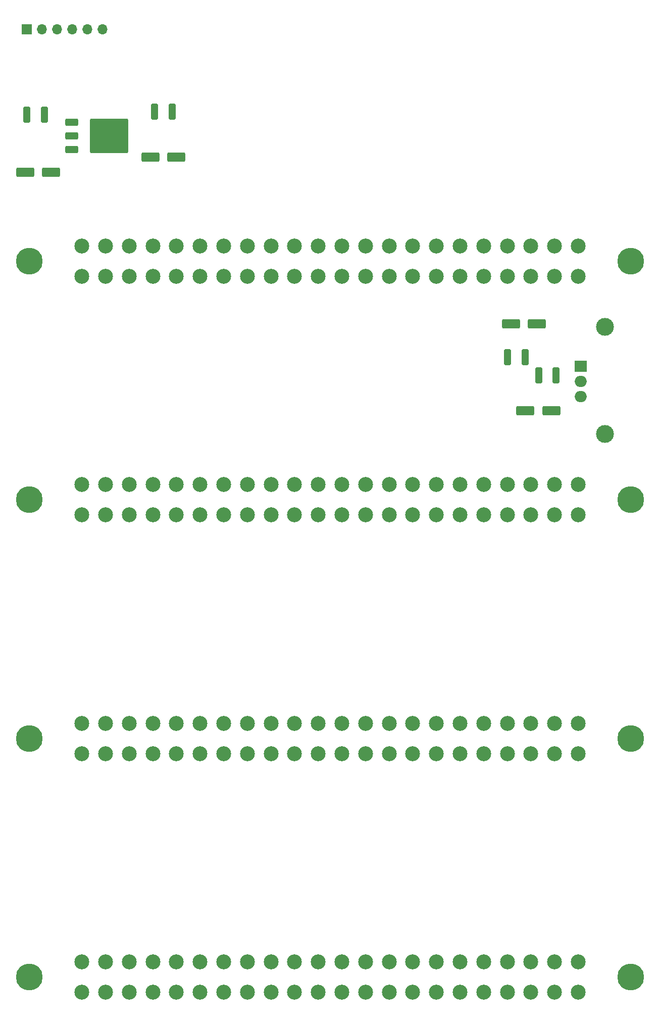
<source format=gbr>
%TF.GenerationSoftware,KiCad,Pcbnew,8.0.1*%
%TF.CreationDate,2024-03-28T18:07:39-06:00*%
%TF.ProjectId,rck,72636b2e-6b69-4636-9164-5f7063625858,rev?*%
%TF.SameCoordinates,PX22c24e4PYbb5f0a8*%
%TF.FileFunction,Soldermask,Bot*%
%TF.FilePolarity,Negative*%
%FSLAX46Y46*%
G04 Gerber Fmt 4.6, Leading zero omitted, Abs format (unit mm)*
G04 Created by KiCad (PCBNEW 8.0.1) date 2024-03-28 18:07:39*
%MOMM*%
%LPD*%
G01*
G04 APERTURE LIST*
G04 Aperture macros list*
%AMRoundRect*
0 Rectangle with rounded corners*
0 $1 Rounding radius*
0 $2 $3 $4 $5 $6 $7 $8 $9 X,Y pos of 4 corners*
0 Add a 4 corners polygon primitive as box body*
4,1,4,$2,$3,$4,$5,$6,$7,$8,$9,$2,$3,0*
0 Add four circle primitives for the rounded corners*
1,1,$1+$1,$2,$3*
1,1,$1+$1,$4,$5*
1,1,$1+$1,$6,$7*
1,1,$1+$1,$8,$9*
0 Add four rect primitives between the rounded corners*
20,1,$1+$1,$2,$3,$4,$5,0*
20,1,$1+$1,$4,$5,$6,$7,0*
20,1,$1+$1,$6,$7,$8,$9,0*
20,1,$1+$1,$8,$9,$2,$3,0*%
G04 Aperture macros list end*
%ADD10C,3.000000*%
%ADD11C,4.500000*%
%ADD12C,2.500000*%
%ADD13R,2.000000X1.905000*%
%ADD14O,2.000000X1.905000*%
%ADD15R,1.700000X1.700000*%
%ADD16O,1.700000X1.700000*%
%ADD17RoundRect,0.250000X1.250000X0.550000X-1.250000X0.550000X-1.250000X-0.550000X1.250000X-0.550000X0*%
%ADD18RoundRect,0.250000X-0.325000X-1.100000X0.325000X-1.100000X0.325000X1.100000X-0.325000X1.100000X0*%
%ADD19RoundRect,0.250000X-1.250000X-0.550000X1.250000X-0.550000X1.250000X0.550000X-1.250000X0.550000X0*%
%ADD20RoundRect,0.250000X-0.850000X-0.350000X0.850000X-0.350000X0.850000X0.350000X-0.850000X0.350000X0*%
%ADD21RoundRect,0.249997X-2.950003X-2.650003X2.950003X-2.650003X2.950003X2.650003X-2.950003X2.650003X0*%
%ADD22RoundRect,0.250000X0.325000X1.100000X-0.325000X1.100000X-0.325000X-1.100000X0.325000X-1.100000X0*%
G04 APERTURE END LIST*
D10*
%TO.C,REF\u002A\u002A*%
X111095000Y127773000D03*
X111095000Y109773000D03*
%TD*%
D11*
%TO.C,J04*%
X115450000Y18800000D03*
X14550000Y18800000D03*
D12*
X106605000Y21340000D03*
X106605000Y16260000D03*
X102642620Y21340000D03*
X102642620Y16260000D03*
X98680240Y21340000D03*
X98680240Y16260000D03*
X94717860Y21340000D03*
X94717860Y16260000D03*
X90755480Y21340000D03*
X90755480Y16260000D03*
X86793100Y21340000D03*
X86793100Y16260000D03*
X82830720Y21340000D03*
X82830720Y16260000D03*
X78868340Y21340000D03*
X78868340Y16260000D03*
X74905960Y21340000D03*
X74905960Y16260000D03*
X70943580Y21340000D03*
X70943580Y16260000D03*
X66981200Y21340000D03*
X66981200Y16260000D03*
X63018820Y21340000D03*
X63018820Y16260000D03*
X59056440Y21340000D03*
X59056440Y16260000D03*
X55094060Y21340000D03*
X55094060Y16260000D03*
X51131680Y21340000D03*
X51131680Y16260000D03*
X47169300Y21340000D03*
X47169300Y16260000D03*
X43206920Y21340000D03*
X43206920Y16260000D03*
X39244540Y21340000D03*
X39244540Y16260000D03*
X35282160Y21340000D03*
X35282160Y16260000D03*
X31319780Y21340000D03*
X31319780Y16260000D03*
X27357400Y21340000D03*
X27357400Y16260000D03*
X23395000Y21340000D03*
X23395000Y16260000D03*
%TD*%
D13*
%TO.C,VR2*%
X107031000Y121180000D03*
D14*
X107031000Y118640000D03*
X107031000Y116100000D03*
%TD*%
D11*
%TO.C,J02*%
X115450000Y98800000D03*
X14550000Y98800000D03*
D12*
X106605000Y101340000D03*
X106605000Y96260000D03*
X102642620Y101340000D03*
X102642620Y96260000D03*
X98680240Y101340000D03*
X98680240Y96260000D03*
X94717860Y101340000D03*
X94717860Y96260000D03*
X90755480Y101340000D03*
X90755480Y96260000D03*
X86793100Y101340000D03*
X86793100Y96260000D03*
X82830720Y101340000D03*
X82830720Y96260000D03*
X78868340Y101340000D03*
X78868340Y96260000D03*
X74905960Y101340000D03*
X74905960Y96260000D03*
X70943580Y101340000D03*
X70943580Y96260000D03*
X66981200Y101340000D03*
X66981200Y96260000D03*
X63018820Y101340000D03*
X63018820Y96260000D03*
X59056440Y101340000D03*
X59056440Y96260000D03*
X55094060Y101340000D03*
X55094060Y96260000D03*
X51131680Y101340000D03*
X51131680Y96260000D03*
X47169300Y101340000D03*
X47169300Y96260000D03*
X43206920Y101340000D03*
X43206920Y96260000D03*
X39244540Y101340000D03*
X39244540Y96260000D03*
X35282160Y101340000D03*
X35282160Y96260000D03*
X31319780Y101340000D03*
X31319780Y96260000D03*
X27357400Y101340000D03*
X27357400Y96260000D03*
X23395000Y101340000D03*
X23395000Y96260000D03*
%TD*%
D11*
%TO.C,J01*%
X115450000Y138800000D03*
X14550000Y138800000D03*
D12*
X106605000Y141340000D03*
X106605000Y136260000D03*
X102642620Y141340000D03*
X102642620Y136260000D03*
X98680240Y141340000D03*
X98680240Y136260000D03*
X94717860Y141340000D03*
X94717860Y136260000D03*
X90755480Y141340000D03*
X90755480Y136260000D03*
X86793100Y141340000D03*
X86793100Y136260000D03*
X82830720Y141340000D03*
X82830720Y136260000D03*
X78868340Y141340000D03*
X78868340Y136260000D03*
X74905960Y141340000D03*
X74905960Y136260000D03*
X70943580Y141340000D03*
X70943580Y136260000D03*
X66981200Y141340000D03*
X66981200Y136260000D03*
X63018820Y141340000D03*
X63018820Y136260000D03*
X59056440Y141340000D03*
X59056440Y136260000D03*
X55094060Y141340000D03*
X55094060Y136260000D03*
X51131680Y141340000D03*
X51131680Y136260000D03*
X47169300Y141340000D03*
X47169300Y136260000D03*
X43206920Y141340000D03*
X43206920Y136260000D03*
X39244540Y141340000D03*
X39244540Y136260000D03*
X35282160Y141340000D03*
X35282160Y136260000D03*
X31319780Y141340000D03*
X31319780Y136260000D03*
X27357400Y141340000D03*
X27357400Y136260000D03*
X23395000Y141340000D03*
X23395000Y136260000D03*
%TD*%
D15*
%TO.C,J6*%
X14194000Y177593000D03*
D16*
X16734000Y177593000D03*
X19274000Y177593000D03*
X21814000Y177593000D03*
X24354000Y177593000D03*
X26894000Y177593000D03*
%TD*%
D11*
%TO.C,J03*%
X115450000Y58800000D03*
X14550000Y58800000D03*
D12*
X106605000Y61340000D03*
X106605000Y56260000D03*
X102642620Y61340000D03*
X102642620Y56260000D03*
X98680240Y61340000D03*
X98680240Y56260000D03*
X94717860Y61340000D03*
X94717860Y56260000D03*
X90755480Y61340000D03*
X90755480Y56260000D03*
X86793100Y61340000D03*
X86793100Y56260000D03*
X82830720Y61340000D03*
X82830720Y56260000D03*
X78868340Y61340000D03*
X78868340Y56260000D03*
X74905960Y61340000D03*
X74905960Y56260000D03*
X70943580Y61340000D03*
X70943580Y56260000D03*
X66981200Y61340000D03*
X66981200Y56260000D03*
X63018820Y61340000D03*
X63018820Y56260000D03*
X59056440Y61340000D03*
X59056440Y56260000D03*
X55094060Y61340000D03*
X55094060Y56260000D03*
X51131680Y61340000D03*
X51131680Y56260000D03*
X47169300Y61340000D03*
X47169300Y56260000D03*
X43206920Y61340000D03*
X43206920Y56260000D03*
X39244540Y61340000D03*
X39244540Y56260000D03*
X35282160Y61340000D03*
X35282160Y56260000D03*
X31319780Y61340000D03*
X31319780Y56260000D03*
X27357400Y61340000D03*
X27357400Y56260000D03*
X23395000Y61340000D03*
X23395000Y56260000D03*
%TD*%
D17*
%TO.C,C5*%
X102119000Y113687000D03*
X97719000Y113687000D03*
%TD*%
D18*
%TO.C,C6*%
X99968000Y119656000D03*
X102918000Y119656000D03*
%TD*%
D17*
%TO.C,C7*%
X99706000Y128292000D03*
X95306000Y128292000D03*
%TD*%
D19*
%TO.C,C3*%
X34854000Y156232000D03*
X39254000Y156232000D03*
%TD*%
D18*
%TO.C,C8*%
X94761000Y122704000D03*
X97711000Y122704000D03*
%TD*%
D20*
%TO.C,VR1*%
X21678000Y157508000D03*
X21678000Y159788000D03*
D21*
X27978000Y159788000D03*
D20*
X21678000Y162068000D03*
%TD*%
D22*
%TO.C,C2*%
X17144000Y163344000D03*
X14194000Y163344000D03*
%TD*%
%TO.C,C4*%
X38529000Y163852000D03*
X35579000Y163852000D03*
%TD*%
D19*
%TO.C,C1*%
X13858000Y153692000D03*
X18258000Y153692000D03*
%TD*%
M02*

</source>
